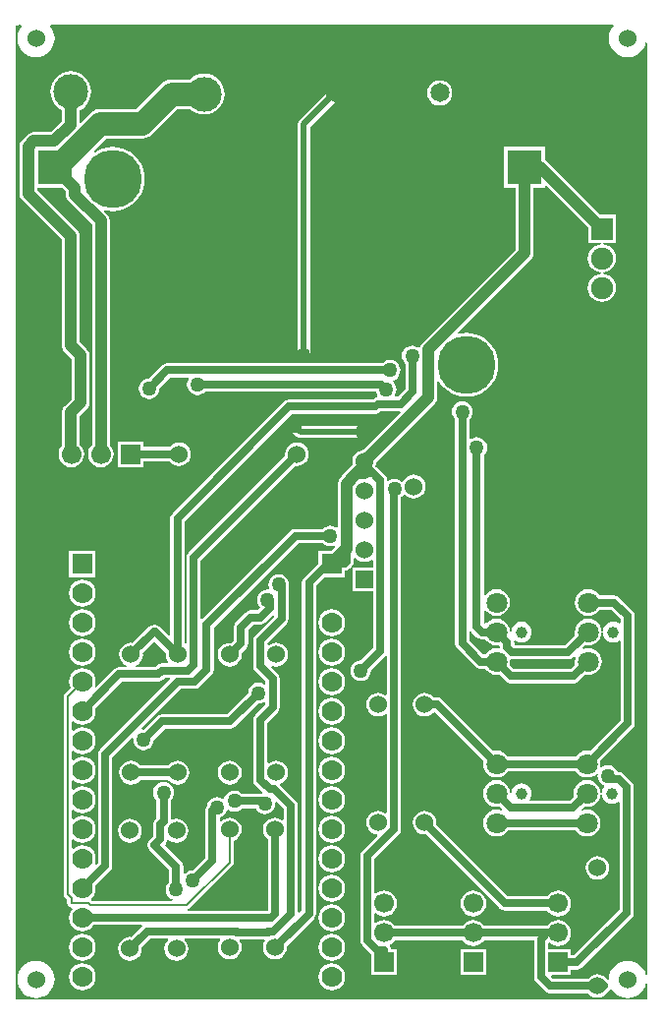
<source format=gbl>
G04 Layer_Physical_Order=2*
G04 Layer_Color=11436288*
%FSLAX24Y24*%
%MOIN*%
G70*
G01*
G75*
%ADD10C,0.0394*%
%ADD11C,0.0276*%
%ADD12C,0.0197*%
%ADD13C,0.0650*%
%ADD14C,0.1969*%
%ADD15R,0.1181X0.1181*%
%ADD16C,0.1181*%
%ADD17C,0.0600*%
%ADD18R,0.0600X0.0600*%
%ADD19C,0.0394*%
%ADD20C,0.0709*%
%ADD21C,0.0750*%
%ADD22R,0.0750X0.0750*%
%ADD23C,0.0669*%
%ADD24R,0.0669X0.0669*%
%ADD25R,0.0669X0.0669*%
%ADD26R,0.0700X0.0700*%
%ADD27C,0.0700*%
%ADD28C,0.0500*%
%ADD29C,0.0787*%
%ADD30C,0.0079*%
G36*
X20370Y25410D02*
X20443Y25354D01*
X20529Y25319D01*
X20620Y25307D01*
X20711Y25319D01*
X20752Y25336D01*
X20781Y25294D01*
X20654Y25167D01*
X20219D01*
Y24732D01*
X19729Y24241D01*
X19676Y24163D01*
X19658Y24070D01*
Y12969D01*
X19572Y12884D01*
X19522Y12905D01*
Y16511D01*
X19504Y16604D01*
X19451Y16683D01*
X18924Y17211D01*
X18936Y17269D01*
X18981Y17288D01*
X19065Y17353D01*
X19129Y17436D01*
X19169Y17533D01*
X19183Y17638D01*
X19169Y17742D01*
X19129Y17840D01*
X19065Y17923D01*
X18981Y17987D01*
X18884Y18028D01*
X18780Y18041D01*
X18675Y18028D01*
X18578Y17987D01*
X18532Y17952D01*
X18482Y17977D01*
Y19314D01*
X18839Y19671D01*
X18892Y19749D01*
X18910Y19842D01*
Y20818D01*
X18892Y20911D01*
X18839Y20989D01*
X18606Y21223D01*
X18634Y21265D01*
X18675Y21248D01*
X18780Y21234D01*
X18884Y21248D01*
X18981Y21288D01*
X19065Y21353D01*
X19129Y21436D01*
X19169Y21533D01*
X19183Y21638D01*
X19169Y21742D01*
X19129Y21840D01*
X19065Y21923D01*
X18981Y21987D01*
X18884Y22028D01*
X18780Y22041D01*
X18675Y22028D01*
X18578Y21987D01*
X18543Y21961D01*
X18496Y21982D01*
X18492Y22023D01*
X19139Y22670D01*
X19192Y22749D01*
X19210Y22841D01*
Y23912D01*
X19210Y23915D01*
X19211Y23919D01*
X19223Y24010D01*
X19211Y24101D01*
X19176Y24187D01*
X19120Y24260D01*
X19047Y24316D01*
X18961Y24351D01*
X18870Y24363D01*
X18779Y24351D01*
X18693Y24316D01*
X18620Y24260D01*
X18564Y24187D01*
X18529Y24101D01*
X18517Y24010D01*
X18529Y23919D01*
X18543Y23885D01*
X18508Y23839D01*
X18480Y23843D01*
X18389Y23831D01*
X18303Y23796D01*
X18230Y23740D01*
X18174Y23667D01*
X18139Y23581D01*
X18127Y23490D01*
X18139Y23399D01*
X18174Y23313D01*
X18230Y23240D01*
X18231Y23228D01*
X18140Y23137D01*
X17920D01*
X17827Y23118D01*
X17749Y23066D01*
X17419Y22736D01*
X17366Y22657D01*
X17348Y22564D01*
Y22124D01*
X17258Y22034D01*
X17205Y22041D01*
X17100Y22028D01*
X17003Y21987D01*
X16919Y21923D01*
X16855Y21840D01*
X16815Y21742D01*
X16801Y21638D01*
X16815Y21533D01*
X16855Y21436D01*
X16919Y21353D01*
X17003Y21288D01*
X17100Y21248D01*
X17205Y21234D01*
X17309Y21248D01*
X17406Y21288D01*
X17490Y21353D01*
X17554Y21436D01*
X17594Y21533D01*
X17608Y21638D01*
X17601Y21691D01*
X17761Y21852D01*
X17814Y21930D01*
X17832Y22023D01*
Y22464D01*
X18020Y22652D01*
X18240D01*
X18333Y22670D01*
X18411Y22723D01*
X18653Y22964D01*
X18706Y22946D01*
X18709Y22925D01*
X18069Y22285D01*
X18016Y22206D01*
X17998Y22114D01*
Y21246D01*
X18016Y21153D01*
X18069Y21074D01*
X18425Y20717D01*
Y20639D01*
X18381Y20617D01*
X18357Y20636D01*
X18271Y20671D01*
X18180Y20683D01*
X18089Y20671D01*
X18003Y20636D01*
X17930Y20580D01*
X17874Y20507D01*
X17839Y20421D01*
X17827Y20330D01*
X17828Y20321D01*
X17120Y19612D01*
X14900D01*
X14807Y19594D01*
X14729Y19541D01*
X14289Y19102D01*
X14280Y19103D01*
X14230Y19096D01*
X14207Y19144D01*
X15545Y20482D01*
X16023D01*
X16116Y20500D01*
X16195Y20553D01*
X16590Y20949D01*
X16643Y21027D01*
X16661Y21120D01*
Y22553D01*
X19526Y25418D01*
X20365D01*
X20370Y25410D01*
D02*
G37*
G36*
X28945Y21563D02*
X28927Y21520D01*
X28912Y21402D01*
X28925Y21300D01*
X28778Y21152D01*
X26852D01*
X26705Y21300D01*
X26718Y21402D01*
X26712Y21450D01*
X26748Y21484D01*
X26780Y21478D01*
X28689D01*
X28781Y21496D01*
X28860Y21549D01*
X28903Y21591D01*
X28945Y21563D01*
D02*
G37*
G36*
X25419Y22400D02*
X25589Y22230D01*
X25667Y22178D01*
X25760Y22159D01*
X25873D01*
X25936Y22078D01*
X26031Y22005D01*
X26141Y21959D01*
X26260Y21943D01*
X26332Y21953D01*
X26378Y21912D01*
Y21895D01*
X26351Y21863D01*
X26332Y21850D01*
X26260Y21860D01*
X26141Y21844D01*
X26031Y21798D01*
X25936Y21726D01*
X25873Y21644D01*
X25809D01*
X25342Y22110D01*
Y22424D01*
X25392Y22439D01*
X25419Y22400D01*
D02*
G37*
G36*
X15037Y21691D02*
X15030Y21638D01*
X15043Y21533D01*
X15084Y21436D01*
X15117Y21392D01*
X15092Y21342D01*
X14900D01*
X14807Y21324D01*
X14729Y21271D01*
X14670Y21212D01*
X14007D01*
X13997Y21262D01*
X14060Y21288D01*
X14144Y21353D01*
X14208Y21436D01*
X14248Y21533D01*
X14262Y21638D01*
X14255Y21691D01*
X14646Y22082D01*
X15037Y21691D01*
D02*
G37*
G36*
X19038Y16411D02*
Y16048D01*
X18988Y16023D01*
X18942Y16058D01*
X18845Y16098D01*
X18740Y16112D01*
X18636Y16098D01*
X18538Y16058D01*
X18455Y15994D01*
X18391Y15910D01*
X18350Y15813D01*
X18337Y15709D01*
X18350Y15604D01*
X18391Y15507D01*
X18455Y15423D01*
X18498Y15391D01*
Y12959D01*
X15765D01*
X15760Y13009D01*
X15807Y13018D01*
X15853Y13049D01*
X17305Y14502D01*
X17336Y14548D01*
X17347Y14602D01*
Y15335D01*
X17406Y15359D01*
X17490Y15423D01*
X17554Y15507D01*
X17594Y15604D01*
X17608Y15709D01*
X17594Y15813D01*
X17554Y15910D01*
X17490Y15994D01*
X17406Y16058D01*
X17309Y16098D01*
X17205Y16112D01*
X17100Y16098D01*
X17003Y16058D01*
X16919Y15994D01*
X16910Y15981D01*
X16862Y15997D01*
Y16118D01*
X16871Y16119D01*
X16957Y16154D01*
X17030Y16210D01*
X17086Y16283D01*
X17115Y16354D01*
X17167Y16377D01*
X17183Y16364D01*
X17269Y16329D01*
X17360Y16317D01*
X17365Y16318D01*
X17370Y16317D01*
X17461Y16329D01*
X17547Y16364D01*
X17620Y16420D01*
X17625Y16428D01*
X18084D01*
X18094Y16403D01*
X18150Y16330D01*
X18223Y16274D01*
X18309Y16239D01*
X18400Y16227D01*
X18491Y16239D01*
X18577Y16274D01*
X18650Y16330D01*
X18706Y16403D01*
X18741Y16489D01*
X18753Y16580D01*
X18746Y16632D01*
X18794Y16655D01*
X19038Y16411D01*
D02*
G37*
G36*
X15188Y20811D02*
X12807Y18430D01*
X12754Y18351D01*
X12736Y18258D01*
Y14590D01*
X12664Y14519D01*
X12622Y14547D01*
X12643Y14599D01*
X12659Y14717D01*
X12643Y14834D01*
X12598Y14943D01*
X12526Y15037D01*
X12432Y15110D01*
X12322Y15155D01*
X12205Y15170D01*
X12087Y15155D01*
X11978Y15110D01*
X11907Y15056D01*
X11857Y15080D01*
Y15353D01*
X11907Y15377D01*
X11978Y15323D01*
X12087Y15278D01*
X12205Y15263D01*
X12322Y15278D01*
X12432Y15323D01*
X12526Y15396D01*
X12598Y15490D01*
X12643Y15599D01*
X12659Y15717D01*
X12643Y15834D01*
X12598Y15943D01*
X12526Y16037D01*
X12432Y16110D01*
X12322Y16155D01*
X12205Y16170D01*
X12087Y16155D01*
X11978Y16110D01*
X11907Y16056D01*
X11857Y16080D01*
Y16353D01*
X11907Y16377D01*
X11978Y16323D01*
X12087Y16278D01*
X12205Y16263D01*
X12322Y16278D01*
X12432Y16323D01*
X12526Y16396D01*
X12598Y16490D01*
X12643Y16599D01*
X12659Y16717D01*
X12643Y16834D01*
X12598Y16943D01*
X12526Y17037D01*
X12432Y17110D01*
X12322Y17155D01*
X12205Y17170D01*
X12087Y17155D01*
X11978Y17110D01*
X11907Y17056D01*
X11857Y17080D01*
Y17353D01*
X11907Y17377D01*
X11978Y17323D01*
X12087Y17278D01*
X12205Y17263D01*
X12322Y17278D01*
X12432Y17323D01*
X12526Y17396D01*
X12598Y17490D01*
X12643Y17599D01*
X12659Y17717D01*
X12643Y17834D01*
X12598Y17943D01*
X12526Y18037D01*
X12432Y18110D01*
X12322Y18155D01*
X12205Y18170D01*
X12087Y18155D01*
X11978Y18110D01*
X11907Y18056D01*
X11857Y18080D01*
Y18353D01*
X11907Y18377D01*
X11978Y18323D01*
X12087Y18278D01*
X12205Y18263D01*
X12322Y18278D01*
X12432Y18323D01*
X12526Y18396D01*
X12598Y18490D01*
X12643Y18599D01*
X12659Y18717D01*
X12643Y18834D01*
X12598Y18943D01*
X12526Y19037D01*
X12432Y19110D01*
X12322Y19155D01*
X12205Y19170D01*
X12087Y19155D01*
X11978Y19110D01*
X11907Y19056D01*
X11857Y19080D01*
Y19353D01*
X11907Y19377D01*
X11978Y19323D01*
X12087Y19278D01*
X12205Y19263D01*
X12322Y19278D01*
X12432Y19323D01*
X12526Y19396D01*
X12598Y19490D01*
X12643Y19599D01*
X12659Y19717D01*
X12646Y19815D01*
X13559Y20728D01*
X14770D01*
X14863Y20746D01*
X14941Y20799D01*
X15000Y20858D01*
X15169D01*
X15188Y20811D01*
D02*
G37*
G36*
X18425Y20021D02*
Y19943D01*
X18069Y19586D01*
X18016Y19507D01*
X17998Y19414D01*
Y17391D01*
X18016Y17299D01*
X18069Y17220D01*
X18321Y16967D01*
X18300Y16918D01*
X18288Y16912D01*
X17625D01*
X17620Y16920D01*
X17547Y16976D01*
X17461Y17011D01*
X17370Y17023D01*
X17365Y17022D01*
X17360Y17023D01*
X17269Y17011D01*
X17183Y16976D01*
X17110Y16920D01*
X17054Y16847D01*
X17025Y16776D01*
X16973Y16753D01*
X16957Y16766D01*
X16871Y16801D01*
X16780Y16813D01*
X16689Y16801D01*
X16603Y16766D01*
X16530Y16710D01*
X16474Y16637D01*
X16439Y16551D01*
X16433Y16509D01*
X16396Y16453D01*
X16378Y16360D01*
Y14750D01*
X15955Y14328D01*
X15945Y14329D01*
X15853Y14317D01*
X15768Y14282D01*
X15695Y14226D01*
X15682Y14209D01*
X15632Y14226D01*
Y14450D01*
X15614Y14543D01*
X15561Y14621D01*
X14993Y15190D01*
X15027Y15224D01*
X15080Y15303D01*
X15087Y15338D01*
X15142Y15358D01*
X15192Y15320D01*
X15289Y15280D01*
X15394Y15266D01*
X15498Y15280D01*
X15595Y15320D01*
X15679Y15384D01*
X15743Y15468D01*
X15783Y15565D01*
X15797Y15669D01*
X15783Y15774D01*
X15743Y15871D01*
X15679Y15955D01*
X15595Y16019D01*
X15498Y16059D01*
X15394Y16073D01*
X15289Y16059D01*
X15245Y16041D01*
X15203Y16068D01*
Y16713D01*
X15210Y16719D01*
X15266Y16792D01*
X15302Y16877D01*
X15314Y16968D01*
X15302Y17060D01*
X15266Y17145D01*
X15210Y17218D01*
X15137Y17274D01*
X15052Y17309D01*
X14961Y17322D01*
X14869Y17309D01*
X14784Y17274D01*
X14711Y17218D01*
X14655Y17145D01*
X14620Y17060D01*
X14608Y16968D01*
X14620Y16877D01*
X14655Y16792D01*
X14711Y16719D01*
X14718Y16713D01*
Y16097D01*
X14684Y16063D01*
X14632Y15985D01*
X14613Y15892D01*
Y15496D01*
X14479Y15361D01*
X14426Y15283D01*
X14408Y15190D01*
X14426Y15097D01*
X14479Y15019D01*
X15148Y14350D01*
Y13925D01*
X15140Y13920D01*
X15084Y13847D01*
X15049Y13761D01*
X15037Y13670D01*
X15049Y13579D01*
X15084Y13493D01*
X15140Y13420D01*
X15213Y13364D01*
X15268Y13342D01*
X15258Y13292D01*
X12523D01*
X12508Y13306D01*
X12499Y13312D01*
X12497Y13374D01*
X12526Y13396D01*
X12598Y13490D01*
X12643Y13599D01*
X12659Y13717D01*
X12646Y13815D01*
X13150Y14319D01*
X13202Y14397D01*
X13221Y14490D01*
Y18158D01*
X13886Y18823D01*
X13934Y18800D01*
X13927Y18750D01*
X13939Y18659D01*
X13974Y18573D01*
X14030Y18500D01*
X14103Y18444D01*
X14189Y18409D01*
X14280Y18397D01*
X14371Y18409D01*
X14457Y18444D01*
X14530Y18500D01*
X14586Y18573D01*
X14621Y18659D01*
X14633Y18750D01*
X14632Y18759D01*
X15000Y19128D01*
X17220D01*
X17313Y19146D01*
X17391Y19199D01*
X18171Y19978D01*
X18180Y19977D01*
X18271Y19989D01*
X18357Y20024D01*
X18381Y20043D01*
X18425Y20021D01*
D02*
G37*
G36*
X30234Y42937D02*
X30181Y42872D01*
X30122Y42763D01*
X30086Y42643D01*
X30074Y42520D01*
X30086Y42396D01*
X30122Y42277D01*
X30181Y42167D01*
X30260Y42071D01*
X30356Y41992D01*
X30466Y41933D01*
X30585Y41897D01*
X30709Y41885D01*
X30832Y41897D01*
X30951Y41933D01*
X31061Y41992D01*
X31157Y42071D01*
X31236Y42167D01*
X31295Y42277D01*
X31324Y42372D01*
X31374Y42365D01*
Y10785D01*
X31324Y10777D01*
X31295Y10873D01*
X31236Y10982D01*
X31157Y11079D01*
X31061Y11158D01*
X30951Y11216D01*
X30832Y11252D01*
X30709Y11264D01*
X30585Y11252D01*
X30466Y11216D01*
X30356Y11158D01*
X30260Y11079D01*
X30181Y10982D01*
X30122Y10873D01*
X30086Y10754D01*
X30076Y10652D01*
X30027Y10624D01*
X30021Y10629D01*
X29970Y10695D01*
X29887Y10759D01*
X29789Y10799D01*
X29685Y10813D01*
X29581Y10799D01*
X29483Y10759D01*
X29400Y10695D01*
X29367Y10652D01*
X28181D01*
X28109Y10724D01*
X28128Y10770D01*
X28781D01*
Y10962D01*
X28985D01*
X29077Y10981D01*
X29156Y11033D01*
X30841Y12719D01*
X30894Y12797D01*
X30912Y12890D01*
Y17150D01*
X30894Y17243D01*
X30841Y17321D01*
X30571Y17591D01*
X30493Y17644D01*
X30400Y17662D01*
X30364D01*
X30346Y17707D01*
X30290Y17780D01*
X30217Y17836D01*
X30131Y17871D01*
X30040Y17883D01*
X29949Y17871D01*
X29863Y17836D01*
X29823Y17805D01*
X29776Y17832D01*
X29789Y17929D01*
X29776Y18031D01*
X30881Y19137D01*
X30934Y19216D01*
X30952Y19308D01*
Y22940D01*
X30934Y23033D01*
X30881Y23111D01*
X30420Y23573D01*
X30341Y23626D01*
X30248Y23644D01*
X29757D01*
X29694Y23726D01*
X29599Y23798D01*
X29489Y23844D01*
X29370Y23860D01*
X29251Y23844D01*
X29141Y23798D01*
X29046Y23726D01*
X28973Y23631D01*
X28927Y23520D01*
X28912Y23402D01*
X28927Y23283D01*
X28973Y23172D01*
X29046Y23078D01*
X29141Y23005D01*
X29251Y22959D01*
X29370Y22943D01*
X29489Y22959D01*
X29599Y23005D01*
X29694Y23078D01*
X29757Y23159D01*
X30148D01*
X30468Y22840D01*
Y22711D01*
X30418Y22687D01*
X30395Y22704D01*
X30311Y22739D01*
X30220Y22751D01*
X30130Y22739D01*
X30046Y22704D01*
X29974Y22648D01*
X29918Y22576D01*
X29883Y22492D01*
X29875Y22430D01*
X29825D01*
X29813Y22520D01*
X29767Y22631D01*
X29694Y22726D01*
X29599Y22798D01*
X29489Y22844D01*
X29370Y22860D01*
X29252Y22844D01*
X29141Y22798D01*
X29046Y22726D01*
X28973Y22631D01*
X28927Y22520D01*
X28912Y22402D01*
X28925Y22300D01*
X28588Y21962D01*
X26880D01*
X26862Y21980D01*
Y22041D01*
X26850Y22102D01*
X26896Y22130D01*
X26936Y22099D01*
X27020Y22064D01*
X27110Y22053D01*
X27201Y22064D01*
X27285Y22099D01*
X27357Y22155D01*
X27413Y22227D01*
X27447Y22311D01*
X27459Y22402D01*
X27447Y22492D01*
X27413Y22576D01*
X27357Y22648D01*
X27285Y22704D01*
X27201Y22739D01*
X27110Y22751D01*
X27020Y22739D01*
X26936Y22704D01*
X26863Y22648D01*
X26808Y22576D01*
X26773Y22492D01*
X26765Y22430D01*
X26714D01*
X26703Y22520D01*
X26657Y22631D01*
X26584Y22726D01*
X26489Y22798D01*
X26378Y22844D01*
X26260Y22860D01*
X26141Y22844D01*
X26031Y22798D01*
X25936Y22726D01*
X25920Y22705D01*
X25856Y22700D01*
X25832Y22722D01*
Y23130D01*
X25882Y23147D01*
X25936Y23078D01*
X26031Y23005D01*
X26141Y22959D01*
X26260Y22943D01*
X26378Y22959D01*
X26489Y23005D01*
X26584Y23078D01*
X26657Y23172D01*
X26702Y23283D01*
X26718Y23402D01*
X26702Y23520D01*
X26657Y23631D01*
X26584Y23726D01*
X26489Y23798D01*
X26378Y23844D01*
X26260Y23860D01*
X26141Y23844D01*
X26031Y23798D01*
X25936Y23726D01*
X25882Y23656D01*
X25832Y23673D01*
Y28395D01*
X25840Y28400D01*
X25896Y28473D01*
X25931Y28559D01*
X25943Y28650D01*
X25931Y28741D01*
X25896Y28827D01*
X25840Y28900D01*
X25767Y28956D01*
X25681Y28991D01*
X25590Y29003D01*
X25499Y28991D01*
X25413Y28956D01*
X25387Y28936D01*
X25342Y28958D01*
Y29610D01*
X25350Y29615D01*
X25406Y29688D01*
X25441Y29773D01*
X25453Y29865D01*
X25441Y29956D01*
X25406Y30041D01*
X25350Y30114D01*
X25277Y30170D01*
X25191Y30206D01*
X25100Y30218D01*
X25009Y30206D01*
X24923Y30170D01*
X24850Y30114D01*
X24794Y30041D01*
X24759Y29956D01*
X24747Y29865D01*
X24759Y29773D01*
X24794Y29688D01*
X24850Y29615D01*
X24858Y29610D01*
Y22010D01*
X24876Y21917D01*
X24929Y21839D01*
X25537Y21230D01*
X25616Y21178D01*
X25708Y21159D01*
X25873D01*
X25936Y21078D01*
X26031Y21005D01*
X26141Y20959D01*
X26260Y20943D01*
X26362Y20957D01*
X26580Y20739D01*
X26659Y20686D01*
X26751Y20668D01*
X28879D01*
X28971Y20686D01*
X29050Y20739D01*
X29268Y20957D01*
X29370Y20943D01*
X29489Y20959D01*
X29599Y21005D01*
X29694Y21078D01*
X29767Y21172D01*
X29813Y21283D01*
X29828Y21402D01*
X29813Y21520D01*
X29767Y21631D01*
X29694Y21726D01*
X29599Y21798D01*
X29489Y21844D01*
X29370Y21860D01*
X29251Y21844D01*
X29209Y21826D01*
X29180Y21869D01*
X29268Y21957D01*
X29370Y21943D01*
X29489Y21959D01*
X29599Y22005D01*
X29694Y22078D01*
X29767Y22172D01*
X29813Y22283D01*
X29825Y22374D01*
X29875D01*
X29883Y22311D01*
X29918Y22227D01*
X29974Y22155D01*
X30046Y22099D01*
X30130Y22064D01*
X30220Y22053D01*
X30311Y22064D01*
X30395Y22099D01*
X30418Y22117D01*
X30468Y22092D01*
Y19409D01*
X29433Y18374D01*
X29331Y18387D01*
X29212Y18372D01*
X29102Y18326D01*
X29007Y18253D01*
X28944Y18172D01*
X26646D01*
X26584Y18253D01*
X26489Y18326D01*
X26378Y18372D01*
X26260Y18387D01*
X26158Y18374D01*
X24416Y20116D01*
X24337Y20169D01*
X24244Y20187D01*
X24137D01*
X24104Y20230D01*
X24021Y20294D01*
X23923Y20335D01*
X23819Y20348D01*
X23714Y20335D01*
X23617Y20294D01*
X23534Y20230D01*
X23470Y20147D01*
X23429Y20049D01*
X23415Y19945D01*
X23429Y19840D01*
X23470Y19743D01*
X23534Y19660D01*
X23617Y19595D01*
X23714Y19555D01*
X23819Y19541D01*
X23923Y19555D01*
X24021Y19595D01*
X24104Y19660D01*
X24109Y19666D01*
X24176Y19671D01*
X25815Y18031D01*
X25802Y17929D01*
X25817Y17811D01*
X25863Y17700D01*
X25936Y17605D01*
X26031Y17532D01*
X26141Y17486D01*
X26260Y17471D01*
X26378Y17486D01*
X26489Y17532D01*
X26584Y17605D01*
X26646Y17687D01*
X28944D01*
X29007Y17605D01*
X29102Y17532D01*
X29212Y17486D01*
X29331Y17471D01*
X29449Y17486D01*
X29560Y17532D01*
X29646Y17598D01*
X29678Y17586D01*
X29693Y17574D01*
X29687Y17530D01*
X29699Y17439D01*
X29734Y17353D01*
X29790Y17280D01*
X29863Y17224D01*
X29900Y17209D01*
X29914Y17149D01*
X29879Y17104D01*
X29844Y17019D01*
X29836Y16957D01*
X29785D01*
X29773Y17048D01*
X29728Y17158D01*
X29655Y17253D01*
X29560Y17326D01*
X29449Y17372D01*
X29331Y17387D01*
X29212Y17372D01*
X29102Y17326D01*
X29007Y17253D01*
X28934Y17158D01*
X28888Y17048D01*
X28872Y16929D01*
X28886Y16827D01*
X28741Y16682D01*
X27414D01*
X27392Y16727D01*
X27413Y16755D01*
X27447Y16839D01*
X27459Y16929D01*
X27447Y17019D01*
X27413Y17104D01*
X27357Y17176D01*
X27285Y17231D01*
X27201Y17266D01*
X27110Y17278D01*
X27020Y17266D01*
X26936Y17231D01*
X26863Y17176D01*
X26808Y17104D01*
X26773Y17019D01*
X26765Y16957D01*
X26714D01*
X26703Y17048D01*
X26657Y17158D01*
X26584Y17253D01*
X26489Y17326D01*
X26378Y17372D01*
X26260Y17387D01*
X26141Y17372D01*
X26031Y17326D01*
X25936Y17253D01*
X25863Y17158D01*
X25817Y17048D01*
X25802Y16929D01*
X25817Y16811D01*
X25863Y16700D01*
X25936Y16605D01*
X26031Y16532D01*
X26141Y16487D01*
X26260Y16471D01*
X26362Y16484D01*
X26450Y16396D01*
X26421Y16354D01*
X26378Y16372D01*
X26260Y16387D01*
X26141Y16372D01*
X26031Y16326D01*
X25936Y16253D01*
X25863Y16158D01*
X25817Y16048D01*
X25802Y15929D01*
X25817Y15811D01*
X25863Y15700D01*
X25936Y15605D01*
X26031Y15532D01*
X26141Y15487D01*
X26260Y15471D01*
X26378Y15487D01*
X26489Y15532D01*
X26584Y15605D01*
X26646Y15687D01*
X26994D01*
X27040Y15678D01*
X28951D01*
X29007Y15605D01*
X29102Y15532D01*
X29212Y15487D01*
X29331Y15471D01*
X29449Y15487D01*
X29560Y15532D01*
X29655Y15605D01*
X29728Y15700D01*
X29773Y15811D01*
X29789Y15929D01*
X29773Y16048D01*
X29728Y16158D01*
X29655Y16253D01*
X29560Y16326D01*
X29449Y16372D01*
X29331Y16387D01*
X29212Y16372D01*
X29169Y16354D01*
X29141Y16396D01*
X29229Y16484D01*
X29331Y16471D01*
X29449Y16487D01*
X29560Y16532D01*
X29655Y16605D01*
X29728Y16700D01*
X29773Y16811D01*
X29785Y16901D01*
X29836D01*
X29844Y16839D01*
X29879Y16755D01*
X29934Y16682D01*
X30007Y16627D01*
X30091Y16592D01*
X30181Y16580D01*
X30271Y16592D01*
X30356Y16627D01*
X30383Y16648D01*
X30428Y16626D01*
Y12990D01*
X28884Y11447D01*
X28781D01*
Y11639D01*
X28012D01*
Y11850D01*
X28062Y11875D01*
X28127Y11825D01*
X28233Y11781D01*
X28346Y11766D01*
X28460Y11781D01*
X28566Y11825D01*
X28656Y11895D01*
X28726Y11986D01*
X28770Y12091D01*
X28785Y12205D01*
X28770Y12318D01*
X28726Y12424D01*
X28656Y12515D01*
X28566Y12584D01*
X28460Y12628D01*
X28346Y12643D01*
X28233Y12628D01*
X28127Y12584D01*
X28036Y12515D01*
X27985Y12447D01*
X27487D01*
X27460Y12452D01*
X25830D01*
X25782Y12515D01*
X25692Y12584D01*
X25586Y12628D01*
X25472Y12643D01*
X25359Y12628D01*
X25253Y12584D01*
X25162Y12515D01*
X25111Y12447D01*
X22803D01*
X22751Y12515D01*
X22660Y12584D01*
X22554Y12628D01*
X22441Y12643D01*
X22327Y12628D01*
X22222Y12584D01*
X22161Y12538D01*
X22111Y12562D01*
Y12847D01*
X22161Y12872D01*
X22222Y12825D01*
X22327Y12781D01*
X22441Y12766D01*
X22554Y12781D01*
X22660Y12825D01*
X22751Y12895D01*
X22821Y12986D01*
X22864Y13091D01*
X22879Y13205D01*
X22864Y13318D01*
X22821Y13424D01*
X22751Y13515D01*
X22660Y13584D01*
X22554Y13628D01*
X22441Y13643D01*
X22327Y13628D01*
X22222Y13584D01*
X22161Y13538D01*
X22111Y13562D01*
Y14708D01*
X22953Y15551D01*
X23006Y15629D01*
X23024Y15722D01*
Y26971D01*
X23050Y26990D01*
X23100Y27056D01*
X23155Y27068D01*
X23169Y27049D01*
X23252Y26985D01*
X23350Y26945D01*
X23454Y26931D01*
X23558Y26945D01*
X23656Y26985D01*
X23739Y27049D01*
X23803Y27133D01*
X23844Y27230D01*
X23857Y27335D01*
X23844Y27439D01*
X23803Y27536D01*
X23739Y27620D01*
X23656Y27684D01*
X23558Y27724D01*
X23454Y27738D01*
X23350Y27724D01*
X23252Y27684D01*
X23169Y27620D01*
X23105Y27536D01*
X23093Y27508D01*
X23036Y27500D01*
X22977Y27546D01*
X22891Y27581D01*
X22800Y27593D01*
X22709Y27581D01*
X22623Y27546D01*
X22602Y27530D01*
X22581Y27534D01*
X22550Y27552D01*
X22534Y27633D01*
X22481Y27711D01*
X22251Y27941D01*
X22191Y27982D01*
X22145Y28028D01*
X22161Y28069D01*
X22172Y28150D01*
X24167Y30145D01*
X24214Y30207D01*
X24236Y30258D01*
X24244Y30279D01*
X24255Y30357D01*
Y30888D01*
X24305Y30902D01*
X24356Y30817D01*
X24467Y30688D01*
X24597Y30577D01*
X24742Y30488D01*
X24900Y30422D01*
X25066Y30382D01*
X25236Y30369D01*
X25406Y30382D01*
X25572Y30422D01*
X25730Y30488D01*
X25875Y30577D01*
X26005Y30688D01*
X26116Y30817D01*
X26205Y30963D01*
X26271Y31121D01*
X26310Y31287D01*
X26324Y31457D01*
X26310Y31627D01*
X26271Y31793D01*
X26205Y31950D01*
X26116Y32096D01*
X26005Y32226D01*
X25875Y32337D01*
X25730Y32426D01*
X25572Y32491D01*
X25406Y32531D01*
X25236Y32544D01*
X25066Y32531D01*
X24970Y32508D01*
X24944Y32553D01*
X27416Y35025D01*
X27464Y35087D01*
X27479Y35123D01*
X27494Y35159D01*
X27504Y35237D01*
Y37459D01*
X27895D01*
Y37520D01*
X27941Y37539D01*
X29362Y36119D01*
Y35592D01*
X29803D01*
X29806Y35542D01*
X29713Y35530D01*
X29598Y35482D01*
X29499Y35406D01*
X29422Y35307D01*
X29375Y35191D01*
X29358Y35067D01*
X29375Y34943D01*
X29422Y34827D01*
X29499Y34728D01*
X29598Y34652D01*
X29713Y34604D01*
X29805Y34592D01*
Y34542D01*
X29713Y34530D01*
X29598Y34482D01*
X29499Y34406D01*
X29422Y34307D01*
X29375Y34191D01*
X29358Y34067D01*
X29375Y33943D01*
X29422Y33827D01*
X29499Y33728D01*
X29598Y33652D01*
X29713Y33604D01*
X29837Y33588D01*
X29961Y33604D01*
X30077Y33652D01*
X30176Y33728D01*
X30252Y33827D01*
X30300Y33943D01*
X30316Y34067D01*
X30300Y34191D01*
X30252Y34307D01*
X30176Y34406D01*
X30077Y34482D01*
X29961Y34530D01*
X29870Y34542D01*
Y34592D01*
X29961Y34604D01*
X30077Y34652D01*
X30176Y34728D01*
X30252Y34827D01*
X30300Y34943D01*
X30316Y35067D01*
X30300Y35191D01*
X30252Y35307D01*
X30176Y35406D01*
X30077Y35482D01*
X29961Y35530D01*
X29869Y35542D01*
X29872Y35592D01*
X30312D01*
Y36542D01*
X29786D01*
X27966Y38361D01*
X27904Y38409D01*
X27895Y38413D01*
Y38840D01*
X26514D01*
Y37459D01*
X26905D01*
Y35361D01*
X23743Y32199D01*
X23696Y32137D01*
X23675Y32086D01*
X23666Y32065D01*
X23665Y32061D01*
X23612Y32038D01*
X23577Y32066D01*
X23491Y32101D01*
X23400Y32113D01*
X23309Y32101D01*
X23223Y32066D01*
X23150Y32010D01*
X23094Y31937D01*
X23059Y31851D01*
X23047Y31760D01*
X23059Y31669D01*
X23094Y31583D01*
X23150Y31510D01*
X23168Y31497D01*
Y30640D01*
X22900Y30372D01*
X22818D01*
X22796Y30417D01*
X22816Y30443D01*
X22851Y30529D01*
X22863Y30620D01*
X22851Y30711D01*
X22816Y30797D01*
X22760Y30870D01*
X22742Y30883D01*
X22756Y30935D01*
X22827Y30964D01*
X22900Y31020D01*
X22956Y31093D01*
X22991Y31179D01*
X23003Y31270D01*
X22991Y31361D01*
X22956Y31447D01*
X22900Y31520D01*
X22827Y31576D01*
X22741Y31611D01*
X22650Y31623D01*
X22559Y31611D01*
X22473Y31576D01*
X22400Y31520D01*
X22395Y31512D01*
X15090D01*
X14997Y31494D01*
X14919Y31441D01*
X14479Y31002D01*
X14470Y31003D01*
X14379Y30991D01*
X14293Y30956D01*
X14220Y30900D01*
X14164Y30827D01*
X14129Y30741D01*
X14117Y30650D01*
X14129Y30559D01*
X14164Y30473D01*
X14220Y30400D01*
X14293Y30344D01*
X14379Y30309D01*
X14470Y30297D01*
X14561Y30309D01*
X14647Y30344D01*
X14720Y30400D01*
X14776Y30473D01*
X14811Y30559D01*
X14823Y30650D01*
X14822Y30659D01*
X15190Y31028D01*
X15802D01*
X15824Y30983D01*
X15804Y30957D01*
X15769Y30871D01*
X15757Y30780D01*
X15769Y30689D01*
X15804Y30603D01*
X15860Y30530D01*
X15933Y30474D01*
X16019Y30439D01*
X16110Y30427D01*
X16201Y30439D01*
X16287Y30474D01*
X16360Y30530D01*
X16365Y30538D01*
X22168D01*
X22169Y30529D01*
X22204Y30443D01*
X22222Y30420D01*
X22202Y30365D01*
X22147Y30354D01*
X22069Y30301D01*
X22050Y30282D01*
X19210D01*
X19117Y30264D01*
X19039Y30211D01*
X15262Y26435D01*
X15209Y26356D01*
X15191Y26263D01*
Y22288D01*
X15144Y22269D01*
X14832Y22581D01*
X14754Y22634D01*
X14661Y22652D01*
X14630D01*
X14538Y22634D01*
X14459Y22581D01*
X13912Y22034D01*
X13858Y22041D01*
X13754Y22028D01*
X13657Y21987D01*
X13573Y21923D01*
X13509Y21840D01*
X13469Y21742D01*
X13455Y21638D01*
X13469Y21533D01*
X13509Y21436D01*
X13573Y21353D01*
X13657Y21288D01*
X13719Y21262D01*
X13709Y21212D01*
X13458D01*
X13365Y21194D01*
X13287Y21141D01*
X12664Y20519D01*
X12622Y20547D01*
X12643Y20599D01*
X12659Y20717D01*
X12643Y20834D01*
X12598Y20943D01*
X12526Y21037D01*
X12432Y21110D01*
X12322Y21155D01*
X12205Y21170D01*
X12087Y21155D01*
X11978Y21110D01*
X11884Y21037D01*
X11812Y20943D01*
X11766Y20834D01*
X11751Y20717D01*
X11766Y20599D01*
X11801Y20514D01*
X11615Y20328D01*
X11584Y20282D01*
X11573Y20227D01*
Y13514D01*
X11584Y13459D01*
X11615Y13413D01*
X11691Y13337D01*
Y13206D01*
X11702Y13152D01*
X11733Y13105D01*
X11779Y13075D01*
X11833Y13064D01*
X11841D01*
X11866Y13014D01*
X11812Y12943D01*
X11766Y12834D01*
X11751Y12717D01*
X11766Y12599D01*
X11812Y12490D01*
X11884Y12396D01*
X11978Y12323D01*
X12087Y12278D01*
X12205Y12263D01*
X12322Y12278D01*
X12432Y12323D01*
X12526Y12396D01*
X12586Y12474D01*
X14219D01*
X14234Y12424D01*
X14225Y12418D01*
X13872Y12066D01*
X13819Y12073D01*
X13714Y12059D01*
X13617Y12019D01*
X13534Y11955D01*
X13470Y11871D01*
X13429Y11774D01*
X13415Y11669D01*
X13429Y11565D01*
X13470Y11468D01*
X13534Y11384D01*
X13617Y11320D01*
X13714Y11280D01*
X13819Y11266D01*
X13923Y11280D01*
X14021Y11320D01*
X14104Y11384D01*
X14168Y11468D01*
X14209Y11565D01*
X14222Y11669D01*
X14215Y11723D01*
X14496Y12004D01*
X15095D01*
X15106Y11973D01*
X15108Y11954D01*
X15044Y11871D01*
X15004Y11774D01*
X14990Y11669D01*
X15004Y11565D01*
X15044Y11468D01*
X15108Y11384D01*
X15192Y11320D01*
X15289Y11280D01*
X15394Y11266D01*
X15498Y11280D01*
X15595Y11320D01*
X15679Y11384D01*
X15743Y11468D01*
X15783Y11565D01*
X15797Y11669D01*
X15783Y11774D01*
X15743Y11871D01*
X15679Y11954D01*
X15682Y11973D01*
X15692Y12004D01*
X16864D01*
X16889Y11954D01*
X16855Y11910D01*
X16815Y11813D01*
X16801Y11709D01*
X16815Y11604D01*
X16855Y11507D01*
X16919Y11423D01*
X17003Y11359D01*
X17100Y11319D01*
X17205Y11305D01*
X17309Y11319D01*
X17406Y11359D01*
X17490Y11423D01*
X17554Y11507D01*
X17594Y11604D01*
X17608Y11709D01*
X17594Y11813D01*
X17554Y11910D01*
X17534Y11937D01*
X17556Y11982D01*
X18389D01*
X18411Y11937D01*
X18391Y11910D01*
X18350Y11813D01*
X18337Y11709D01*
X18350Y11604D01*
X18391Y11507D01*
X18455Y11423D01*
X18538Y11359D01*
X18636Y11319D01*
X18740Y11305D01*
X18845Y11319D01*
X18942Y11359D01*
X19025Y11423D01*
X19090Y11507D01*
X19130Y11604D01*
X19144Y11709D01*
X19137Y11762D01*
X20071Y12697D01*
X20124Y12776D01*
X20142Y12868D01*
Y23970D01*
X20439Y24267D01*
X21119D01*
Y24479D01*
X21189Y24493D01*
X21268Y24545D01*
X21351Y24629D01*
X21404Y24707D01*
X21422Y24800D01*
Y24893D01*
X21470Y24910D01*
X21486Y24888D01*
X21570Y24824D01*
X21667Y24784D01*
X21772Y24770D01*
X21876Y24784D01*
X21973Y24824D01*
X22018Y24858D01*
X22068Y24833D01*
Y24573D01*
X21372D01*
Y23773D01*
X22068D01*
Y21850D01*
X21659Y21442D01*
X21650Y21443D01*
X21559Y21431D01*
X21473Y21396D01*
X21400Y21340D01*
X21344Y21267D01*
X21309Y21181D01*
X21297Y21090D01*
X21309Y20999D01*
X21344Y20913D01*
X21400Y20840D01*
X21473Y20784D01*
X21559Y20749D01*
X21650Y20737D01*
X21741Y20749D01*
X21827Y20784D01*
X21900Y20840D01*
X21956Y20913D01*
X21991Y20999D01*
X22003Y21090D01*
X22002Y21099D01*
X22481Y21579D01*
X22489Y21591D01*
X22539Y21575D01*
Y20285D01*
X22489Y20261D01*
X22446Y20294D01*
X22349Y20335D01*
X22244Y20348D01*
X22140Y20335D01*
X22042Y20294D01*
X21959Y20230D01*
X21895Y20147D01*
X21854Y20049D01*
X21841Y19945D01*
X21854Y19840D01*
X21895Y19743D01*
X21959Y19660D01*
X22042Y19595D01*
X22140Y19555D01*
X22244Y19541D01*
X22349Y19555D01*
X22446Y19595D01*
X22489Y19629D01*
X22539Y19604D01*
Y16285D01*
X22489Y16261D01*
X22446Y16294D01*
X22349Y16335D01*
X22244Y16348D01*
X22140Y16335D01*
X22042Y16294D01*
X21959Y16230D01*
X21895Y16147D01*
X21854Y16049D01*
X21841Y15945D01*
X21854Y15840D01*
X21895Y15743D01*
X21959Y15660D01*
X22042Y15595D01*
X22140Y15555D01*
X22194Y15548D01*
X22212Y15495D01*
X21697Y14980D01*
X21645Y14902D01*
X21626Y14809D01*
Y11968D01*
X21645Y11875D01*
X21697Y11796D01*
X22006Y11487D01*
Y10770D01*
X22876D01*
Y11639D01*
X22682D01*
X22665Y11725D01*
X22640Y11763D01*
X22659Y11824D01*
X22660Y11825D01*
X22751Y11895D01*
X22803Y11962D01*
X25111D01*
X25162Y11895D01*
X25253Y11825D01*
X25359Y11781D01*
X25472Y11766D01*
X25586Y11781D01*
X25692Y11825D01*
X25782Y11895D01*
X25838Y11968D01*
X27439D01*
X27465Y11962D01*
X27528D01*
Y10720D01*
X27546Y10627D01*
X27599Y10549D01*
X27909Y10238D01*
X27988Y10185D01*
X28081Y10167D01*
X29367D01*
X29400Y10124D01*
X29483Y10060D01*
X29581Y10020D01*
X29685Y10006D01*
X29789Y10020D01*
X29887Y10060D01*
X29970Y10124D01*
X30021Y10190D01*
X30093Y10238D01*
X30122Y10282D01*
X30180Y10279D01*
X30181Y10277D01*
X30260Y10181D01*
X30356Y10102D01*
X30466Y10044D01*
X30585Y10008D01*
X30709Y9995D01*
X30832Y10008D01*
X30951Y10044D01*
X31061Y10102D01*
X31157Y10181D01*
X31236Y10277D01*
X31295Y10387D01*
X31324Y10482D01*
X31374Y10475D01*
Y9945D01*
X9945D01*
Y42968D01*
X10117Y42969D01*
X10140Y42919D01*
X10102Y42872D01*
X10044Y42763D01*
X10008Y42643D01*
X9995Y42520D01*
X10008Y42396D01*
X10044Y42277D01*
X10102Y42167D01*
X10181Y42071D01*
X10277Y41992D01*
X10387Y41933D01*
X10506Y41897D01*
X10630Y41885D01*
X10754Y41897D01*
X10873Y41933D01*
X10982Y41992D01*
X11079Y42071D01*
X11158Y42167D01*
X11216Y42277D01*
X11252Y42396D01*
X11264Y42520D01*
X11252Y42643D01*
X11216Y42763D01*
X11158Y42872D01*
X11119Y42919D01*
X11142Y42969D01*
X30210Y42987D01*
X30234Y42937D01*
D02*
G37*
G36*
X23021Y29846D02*
X21749Y28574D01*
X21667Y28563D01*
X21570Y28523D01*
X21486Y28458D01*
X21422Y28375D01*
X21382Y28278D01*
X21368Y28173D01*
X21381Y28074D01*
X21249Y27941D01*
X21009Y27701D01*
X20999Y27691D01*
X20946Y27613D01*
X20945Y27609D01*
X20916Y27570D01*
X20894Y27519D01*
X20886Y27498D01*
X20875Y27420D01*
Y25968D01*
X20825Y25944D01*
X20797Y25966D01*
X20711Y26001D01*
X20620Y26013D01*
X20529Y26001D01*
X20443Y25966D01*
X20370Y25910D01*
X20365Y25902D01*
X19426D01*
X19333Y25884D01*
X19254Y25831D01*
X16263Y22840D01*
X16213Y22861D01*
Y24807D01*
X19435Y28029D01*
X19488Y28022D01*
X19593Y28036D01*
X19690Y28076D01*
X19773Y28140D01*
X19838Y28223D01*
X19878Y28321D01*
X19892Y28425D01*
X19878Y28530D01*
X19838Y28627D01*
X19773Y28710D01*
X19690Y28775D01*
X19593Y28815D01*
X19488Y28829D01*
X19384Y28815D01*
X19286Y28775D01*
X19203Y28710D01*
X19139Y28627D01*
X19098Y28530D01*
X19085Y28425D01*
X19092Y28372D01*
X15799Y25079D01*
X15747Y25001D01*
X15728Y24908D01*
Y22034D01*
X15678Y22006D01*
X15676Y22008D01*
Y26163D01*
X19310Y29798D01*
X22150D01*
X22243Y29816D01*
X22321Y29869D01*
X22340Y29888D01*
X22992D01*
X23021Y29846D01*
D02*
G37*
%LPC*%
G36*
X29685Y14813D02*
X29581Y14799D01*
X29483Y14759D01*
X29400Y14695D01*
X29336Y14611D01*
X29295Y14514D01*
X29282Y14409D01*
X29295Y14305D01*
X29336Y14208D01*
X29400Y14124D01*
X29483Y14060D01*
X29581Y14020D01*
X29685Y14006D01*
X29789Y14020D01*
X29887Y14060D01*
X29970Y14124D01*
X30034Y14208D01*
X30075Y14305D01*
X30088Y14409D01*
X30075Y14514D01*
X30034Y14611D01*
X29970Y14695D01*
X29887Y14759D01*
X29789Y14799D01*
X29685Y14813D01*
D02*
G37*
G36*
X23819Y16348D02*
X23714Y16335D01*
X23617Y16294D01*
X23534Y16230D01*
X23470Y16147D01*
X23429Y16049D01*
X23415Y15945D01*
X23429Y15840D01*
X23470Y15743D01*
X23534Y15660D01*
X23617Y15595D01*
X23714Y15555D01*
X23819Y15541D01*
X23872Y15548D01*
X26388Y13033D01*
X26466Y12981D01*
X26559Y12962D01*
X27985D01*
X28036Y12895D01*
X28127Y12825D01*
X28233Y12781D01*
X28346Y12766D01*
X28460Y12781D01*
X28566Y12825D01*
X28656Y12895D01*
X28726Y12986D01*
X28770Y13091D01*
X28785Y13205D01*
X28770Y13318D01*
X28726Y13424D01*
X28656Y13515D01*
X28566Y13584D01*
X28460Y13628D01*
X28346Y13643D01*
X28233Y13628D01*
X28127Y13584D01*
X28036Y13515D01*
X27985Y13447D01*
X26659D01*
X24215Y15891D01*
X24222Y15945D01*
X24209Y16049D01*
X24168Y16147D01*
X24104Y16230D01*
X24021Y16294D01*
X23923Y16335D01*
X23819Y16348D01*
D02*
G37*
G36*
X20669Y14170D02*
X20552Y14155D01*
X20442Y14110D01*
X20348Y14037D01*
X20276Y13943D01*
X20231Y13834D01*
X20215Y13717D01*
X20231Y13599D01*
X20276Y13490D01*
X20348Y13396D01*
X20442Y13323D01*
X20552Y13278D01*
X20669Y13263D01*
X20787Y13278D01*
X20896Y13323D01*
X20990Y13396D01*
X21062Y13490D01*
X21108Y13599D01*
X21123Y13717D01*
X21108Y13834D01*
X21062Y13943D01*
X20990Y14037D01*
X20896Y14110D01*
X20787Y14155D01*
X20669Y14170D01*
D02*
G37*
G36*
X13819Y16073D02*
X13714Y16059D01*
X13617Y16019D01*
X13534Y15955D01*
X13470Y15871D01*
X13429Y15774D01*
X13415Y15669D01*
X13429Y15565D01*
X13470Y15468D01*
X13534Y15384D01*
X13617Y15320D01*
X13714Y15280D01*
X13819Y15266D01*
X13923Y15280D01*
X14021Y15320D01*
X14104Y15384D01*
X14168Y15468D01*
X14209Y15565D01*
X14222Y15669D01*
X14209Y15774D01*
X14168Y15871D01*
X14104Y15955D01*
X14021Y16019D01*
X13923Y16059D01*
X13819Y16073D01*
D02*
G37*
G36*
X20669Y17170D02*
X20552Y17155D01*
X20442Y17110D01*
X20348Y17037D01*
X20276Y16943D01*
X20231Y16834D01*
X20215Y16717D01*
X20231Y16599D01*
X20276Y16490D01*
X20348Y16396D01*
X20442Y16323D01*
X20552Y16278D01*
X20669Y16263D01*
X20787Y16278D01*
X20896Y16323D01*
X20990Y16396D01*
X21062Y16490D01*
X21108Y16599D01*
X21123Y16717D01*
X21108Y16834D01*
X21062Y16943D01*
X20990Y17037D01*
X20896Y17110D01*
X20787Y17155D01*
X20669Y17170D01*
D02*
G37*
G36*
Y15170D02*
X20552Y15155D01*
X20442Y15110D01*
X20348Y15037D01*
X20276Y14943D01*
X20231Y14834D01*
X20215Y14717D01*
X20231Y14599D01*
X20276Y14490D01*
X20348Y14396D01*
X20442Y14323D01*
X20552Y14278D01*
X20669Y14263D01*
X20787Y14278D01*
X20896Y14323D01*
X20990Y14396D01*
X21062Y14490D01*
X21108Y14599D01*
X21123Y14717D01*
X21108Y14834D01*
X21062Y14943D01*
X20990Y15037D01*
X20896Y15110D01*
X20787Y15155D01*
X20669Y15170D01*
D02*
G37*
G36*
Y16170D02*
X20552Y16155D01*
X20442Y16110D01*
X20348Y16037D01*
X20276Y15943D01*
X20231Y15834D01*
X20215Y15717D01*
X20231Y15599D01*
X20276Y15490D01*
X20348Y15396D01*
X20442Y15323D01*
X20552Y15278D01*
X20669Y15263D01*
X20787Y15278D01*
X20896Y15323D01*
X20990Y15396D01*
X21062Y15490D01*
X21108Y15599D01*
X21123Y15717D01*
X21108Y15834D01*
X21062Y15943D01*
X20990Y16037D01*
X20896Y16110D01*
X20787Y16155D01*
X20669Y16170D01*
D02*
G37*
G36*
Y11170D02*
X20552Y11155D01*
X20442Y11110D01*
X20348Y11037D01*
X20276Y10943D01*
X20231Y10834D01*
X20215Y10717D01*
X20231Y10599D01*
X20276Y10490D01*
X20348Y10396D01*
X20442Y10323D01*
X20552Y10278D01*
X20669Y10263D01*
X20787Y10278D01*
X20896Y10323D01*
X20990Y10396D01*
X21062Y10490D01*
X21108Y10599D01*
X21123Y10717D01*
X21108Y10834D01*
X21062Y10943D01*
X20990Y11037D01*
X20896Y11110D01*
X20787Y11155D01*
X20669Y11170D01*
D02*
G37*
G36*
X25907Y11639D02*
X25038D01*
Y10770D01*
X25907D01*
Y11639D01*
D02*
G37*
G36*
X10630Y11264D02*
X10506Y11252D01*
X10387Y11216D01*
X10277Y11158D01*
X10181Y11079D01*
X10102Y10982D01*
X10044Y10873D01*
X10008Y10754D01*
X9995Y10630D01*
X10008Y10506D01*
X10044Y10387D01*
X10102Y10277D01*
X10181Y10181D01*
X10277Y10102D01*
X10387Y10044D01*
X10506Y10008D01*
X10630Y9995D01*
X10754Y10008D01*
X10873Y10044D01*
X10982Y10102D01*
X11079Y10181D01*
X11158Y10277D01*
X11216Y10387D01*
X11252Y10506D01*
X11264Y10630D01*
X11252Y10754D01*
X11216Y10873D01*
X11158Y10982D01*
X11079Y11079D01*
X10982Y11158D01*
X10873Y11216D01*
X10754Y11252D01*
X10630Y11264D01*
D02*
G37*
G36*
X12205Y11170D02*
X12087Y11155D01*
X11978Y11110D01*
X11884Y11037D01*
X11812Y10943D01*
X11766Y10834D01*
X11751Y10717D01*
X11766Y10599D01*
X11812Y10490D01*
X11884Y10396D01*
X11978Y10323D01*
X12087Y10278D01*
X12205Y10263D01*
X12322Y10278D01*
X12432Y10323D01*
X12526Y10396D01*
X12598Y10490D01*
X12643Y10599D01*
X12659Y10717D01*
X12643Y10834D01*
X12598Y10943D01*
X12526Y11037D01*
X12432Y11110D01*
X12322Y11155D01*
X12205Y11170D01*
D02*
G37*
G36*
X20669Y13170D02*
X20552Y13155D01*
X20442Y13110D01*
X20348Y13037D01*
X20276Y12943D01*
X20231Y12834D01*
X20215Y12717D01*
X20231Y12599D01*
X20276Y12490D01*
X20348Y12396D01*
X20442Y12323D01*
X20552Y12278D01*
X20669Y12263D01*
X20787Y12278D01*
X20896Y12323D01*
X20990Y12396D01*
X21062Y12490D01*
X21108Y12599D01*
X21123Y12717D01*
X21108Y12834D01*
X21062Y12943D01*
X20990Y13037D01*
X20896Y13110D01*
X20787Y13155D01*
X20669Y13170D01*
D02*
G37*
G36*
X25472Y13643D02*
X25359Y13628D01*
X25253Y13584D01*
X25162Y13515D01*
X25093Y13424D01*
X25049Y13318D01*
X25034Y13205D01*
X25049Y13091D01*
X25093Y12986D01*
X25162Y12895D01*
X25253Y12825D01*
X25359Y12781D01*
X25472Y12766D01*
X25586Y12781D01*
X25692Y12825D01*
X25782Y12895D01*
X25852Y12986D01*
X25896Y13091D01*
X25911Y13205D01*
X25896Y13318D01*
X25852Y13424D01*
X25782Y13515D01*
X25692Y13584D01*
X25586Y13628D01*
X25472Y13643D01*
D02*
G37*
G36*
X12205Y12170D02*
X12087Y12155D01*
X11978Y12110D01*
X11884Y12037D01*
X11812Y11943D01*
X11766Y11834D01*
X11751Y11717D01*
X11766Y11599D01*
X11812Y11490D01*
X11884Y11396D01*
X11978Y11323D01*
X12087Y11278D01*
X12205Y11263D01*
X12322Y11278D01*
X12432Y11323D01*
X12526Y11396D01*
X12598Y11490D01*
X12643Y11599D01*
X12659Y11717D01*
X12643Y11834D01*
X12598Y11943D01*
X12526Y12037D01*
X12432Y12110D01*
X12322Y12155D01*
X12205Y12170D01*
D02*
G37*
G36*
X20669D02*
X20552Y12155D01*
X20442Y12110D01*
X20348Y12037D01*
X20276Y11943D01*
X20231Y11834D01*
X20215Y11717D01*
X20231Y11599D01*
X20276Y11490D01*
X20348Y11396D01*
X20442Y11323D01*
X20552Y11278D01*
X20669Y11263D01*
X20787Y11278D01*
X20896Y11323D01*
X20990Y11396D01*
X21062Y11490D01*
X21108Y11599D01*
X21123Y11717D01*
X21108Y11834D01*
X21062Y11943D01*
X20990Y12037D01*
X20896Y12110D01*
X20787Y12155D01*
X20669Y12170D01*
D02*
G37*
G36*
X17205Y18041D02*
X17100Y18028D01*
X17003Y17987D01*
X16919Y17923D01*
X16855Y17840D01*
X16815Y17742D01*
X16801Y17638D01*
X16815Y17533D01*
X16855Y17436D01*
X16919Y17353D01*
X17003Y17288D01*
X17100Y17248D01*
X17205Y17234D01*
X17309Y17248D01*
X17406Y17288D01*
X17490Y17353D01*
X17554Y17436D01*
X17594Y17533D01*
X17608Y17638D01*
X17594Y17742D01*
X17554Y17840D01*
X17490Y17923D01*
X17406Y17987D01*
X17309Y18028D01*
X17205Y18041D01*
D02*
G37*
G36*
X20669Y22170D02*
X20552Y22155D01*
X20442Y22110D01*
X20348Y22037D01*
X20276Y21943D01*
X20231Y21834D01*
X20215Y21717D01*
X20231Y21599D01*
X20276Y21490D01*
X20348Y21396D01*
X20442Y21323D01*
X20552Y21278D01*
X20669Y21263D01*
X20787Y21278D01*
X20896Y21323D01*
X20990Y21396D01*
X21062Y21490D01*
X21108Y21599D01*
X21123Y21717D01*
X21108Y21834D01*
X21062Y21943D01*
X20990Y22037D01*
X20896Y22110D01*
X20787Y22155D01*
X20669Y22170D01*
D02*
G37*
G36*
X14269Y28860D02*
X13400D01*
Y27991D01*
X14269D01*
Y28188D01*
X15166D01*
X15203Y28140D01*
X15286Y28076D01*
X15384Y28036D01*
X15488Y28022D01*
X15593Y28036D01*
X15690Y28076D01*
X15773Y28140D01*
X15838Y28223D01*
X15878Y28321D01*
X15892Y28425D01*
X15878Y28530D01*
X15838Y28627D01*
X15773Y28710D01*
X15690Y28775D01*
X15593Y28815D01*
X15488Y28829D01*
X15384Y28815D01*
X15286Y28775D01*
X15203Y28710D01*
X15174Y28672D01*
X14269D01*
Y28860D01*
D02*
G37*
G36*
X19409Y29572D02*
X19332Y29557D01*
X19266Y29513D01*
X19223Y29448D01*
X19207Y29370D01*
X19223Y29293D01*
X19266Y29227D01*
X19463Y29030D01*
X19529Y28986D01*
X19606Y28971D01*
X21772D01*
X21849Y28986D01*
X21915Y29030D01*
X21959Y29096D01*
X21974Y29173D01*
X21959Y29251D01*
X21915Y29316D01*
X21849Y29360D01*
X21772Y29376D01*
X19690D01*
X19553Y29513D01*
X19487Y29557D01*
X19409Y29572D01*
D02*
G37*
G36*
X12205Y22170D02*
X12087Y22155D01*
X11978Y22110D01*
X11884Y22037D01*
X11812Y21943D01*
X11766Y21834D01*
X11751Y21717D01*
X11766Y21599D01*
X11812Y21490D01*
X11884Y21396D01*
X11978Y21323D01*
X12087Y21278D01*
X12205Y21263D01*
X12322Y21278D01*
X12432Y21323D01*
X12526Y21396D01*
X12598Y21490D01*
X12643Y21599D01*
X12659Y21717D01*
X12643Y21834D01*
X12598Y21943D01*
X12526Y22037D01*
X12432Y22110D01*
X12322Y22155D01*
X12205Y22170D01*
D02*
G37*
G36*
Y24170D02*
X12087Y24155D01*
X11978Y24110D01*
X11884Y24037D01*
X11812Y23943D01*
X11766Y23834D01*
X11751Y23717D01*
X11766Y23599D01*
X11812Y23490D01*
X11884Y23396D01*
X11978Y23323D01*
X12087Y23278D01*
X12205Y23263D01*
X12322Y23278D01*
X12432Y23323D01*
X12526Y23396D01*
X12598Y23490D01*
X12643Y23599D01*
X12659Y23717D01*
X12643Y23834D01*
X12598Y23943D01*
X12526Y24037D01*
X12432Y24110D01*
X12322Y24155D01*
X12205Y24170D01*
D02*
G37*
G36*
X12655Y25167D02*
X11755D01*
Y24267D01*
X12655D01*
Y25167D01*
D02*
G37*
G36*
X12205Y23170D02*
X12087Y23155D01*
X11978Y23110D01*
X11884Y23037D01*
X11812Y22943D01*
X11766Y22834D01*
X11751Y22717D01*
X11766Y22599D01*
X11812Y22490D01*
X11884Y22396D01*
X11978Y22323D01*
X12087Y22278D01*
X12205Y22263D01*
X12322Y22278D01*
X12432Y22323D01*
X12526Y22396D01*
X12598Y22490D01*
X12643Y22599D01*
X12659Y22717D01*
X12643Y22834D01*
X12598Y22943D01*
X12526Y23037D01*
X12432Y23110D01*
X12322Y23155D01*
X12205Y23170D01*
D02*
G37*
G36*
X20669D02*
X20552Y23155D01*
X20442Y23110D01*
X20348Y23037D01*
X20276Y22943D01*
X20231Y22834D01*
X20215Y22717D01*
X20231Y22599D01*
X20276Y22490D01*
X20348Y22396D01*
X20442Y22323D01*
X20552Y22278D01*
X20669Y22263D01*
X20787Y22278D01*
X20896Y22323D01*
X20990Y22396D01*
X21062Y22490D01*
X21108Y22599D01*
X21123Y22717D01*
X21108Y22834D01*
X21062Y22943D01*
X20990Y23037D01*
X20896Y23110D01*
X20787Y23155D01*
X20669Y23170D01*
D02*
G37*
G36*
Y19170D02*
X20552Y19155D01*
X20442Y19110D01*
X20348Y19037D01*
X20276Y18943D01*
X20231Y18834D01*
X20215Y18717D01*
X20231Y18599D01*
X20276Y18490D01*
X20348Y18396D01*
X20442Y18323D01*
X20552Y18278D01*
X20669Y18263D01*
X20787Y18278D01*
X20896Y18323D01*
X20990Y18396D01*
X21062Y18490D01*
X21108Y18599D01*
X21123Y18717D01*
X21108Y18834D01*
X21062Y18943D01*
X20990Y19037D01*
X20896Y19110D01*
X20787Y19155D01*
X20669Y19170D01*
D02*
G37*
G36*
X24331Y41098D02*
X24220Y41083D01*
X24116Y41040D01*
X24028Y40972D01*
X23960Y40884D01*
X23917Y40780D01*
X23902Y40669D01*
X23917Y40558D01*
X23960Y40455D01*
X24028Y40366D01*
X24116Y40298D01*
X24220Y40255D01*
X24331Y40241D01*
X24442Y40255D01*
X24545Y40298D01*
X24634Y40366D01*
X24702Y40455D01*
X24745Y40558D01*
X24759Y40669D01*
X24745Y40780D01*
X24702Y40884D01*
X24634Y40972D01*
X24545Y41040D01*
X24442Y41083D01*
X24331Y41098D01*
D02*
G37*
G36*
X20669Y18170D02*
X20552Y18155D01*
X20442Y18110D01*
X20348Y18037D01*
X20276Y17943D01*
X20231Y17834D01*
X20215Y17717D01*
X20231Y17599D01*
X20276Y17490D01*
X20348Y17396D01*
X20442Y17323D01*
X20552Y17278D01*
X20669Y17263D01*
X20787Y17278D01*
X20896Y17323D01*
X20990Y17396D01*
X21062Y17490D01*
X21108Y17599D01*
X21123Y17717D01*
X21108Y17834D01*
X21062Y17943D01*
X20990Y18037D01*
X20896Y18110D01*
X20787Y18155D01*
X20669Y18170D01*
D02*
G37*
G36*
X15433Y18041D02*
X15329Y18028D01*
X15231Y17987D01*
X15148Y17923D01*
X15117Y17882D01*
X14175D01*
X14144Y17923D01*
X14060Y17987D01*
X13963Y18028D01*
X13858Y18041D01*
X13754Y18028D01*
X13657Y17987D01*
X13573Y17923D01*
X13509Y17840D01*
X13469Y17742D01*
X13455Y17638D01*
X13469Y17533D01*
X13509Y17436D01*
X13573Y17353D01*
X13657Y17288D01*
X13754Y17248D01*
X13858Y17234D01*
X13963Y17248D01*
X14060Y17288D01*
X14144Y17353D01*
X14178Y17398D01*
X15113D01*
X15148Y17353D01*
X15231Y17288D01*
X15329Y17248D01*
X15433Y17234D01*
X15538Y17248D01*
X15635Y17288D01*
X15718Y17353D01*
X15782Y17436D01*
X15823Y17533D01*
X15837Y17638D01*
X15823Y17742D01*
X15782Y17840D01*
X15718Y17923D01*
X15635Y17987D01*
X15538Y18028D01*
X15433Y18041D01*
D02*
G37*
G36*
X20669Y21170D02*
X20552Y21155D01*
X20442Y21110D01*
X20348Y21037D01*
X20276Y20943D01*
X20231Y20834D01*
X20215Y20717D01*
X20231Y20599D01*
X20276Y20490D01*
X20348Y20396D01*
X20442Y20323D01*
X20552Y20278D01*
X20669Y20263D01*
X20787Y20278D01*
X20896Y20323D01*
X20990Y20396D01*
X21062Y20490D01*
X21108Y20599D01*
X21123Y20717D01*
X21108Y20834D01*
X21062Y20943D01*
X20990Y21037D01*
X20896Y21110D01*
X20787Y21155D01*
X20669Y21170D01*
D02*
G37*
G36*
X20787Y40872D02*
X20710Y40856D01*
X20644Y40812D01*
X19581Y39749D01*
X19538Y39684D01*
X19522Y39606D01*
Y31772D01*
X19538Y31694D01*
X19581Y31629D01*
X19647Y31585D01*
X19724Y31569D01*
X19802Y31585D01*
X19867Y31629D01*
X19911Y31694D01*
X19927Y31772D01*
Y39523D01*
X20930Y40526D01*
X20974Y40592D01*
X20990Y40669D01*
X20974Y40747D01*
X20930Y40812D01*
X20865Y40856D01*
X20787Y40872D01*
D02*
G37*
G36*
X20669Y20170D02*
X20552Y20155D01*
X20442Y20110D01*
X20348Y20037D01*
X20276Y19943D01*
X20231Y19834D01*
X20215Y19717D01*
X20231Y19599D01*
X20276Y19490D01*
X20348Y19396D01*
X20442Y19323D01*
X20552Y19278D01*
X20669Y19263D01*
X20787Y19278D01*
X20896Y19323D01*
X20990Y19396D01*
X21062Y19490D01*
X21108Y19599D01*
X21123Y19717D01*
X21108Y19834D01*
X21062Y19943D01*
X20990Y20037D01*
X20896Y20110D01*
X20787Y20155D01*
X20669Y20170D01*
D02*
G37*
G36*
X11811Y41403D02*
X11676Y41389D01*
X11545Y41350D01*
X11426Y41286D01*
X11320Y41199D01*
X11234Y41094D01*
X11170Y40974D01*
X11130Y40844D01*
X11117Y40709D01*
X11130Y40573D01*
X11170Y40443D01*
X11234Y40323D01*
X11320Y40218D01*
X11426Y40132D01*
X11512Y40086D01*
Y39719D01*
X11129Y39336D01*
X10546D01*
X10469Y39326D01*
X10448Y39317D01*
X10397Y39296D01*
X10335Y39249D01*
X10161Y39075D01*
X10113Y39013D01*
X10092Y38962D01*
X10083Y38941D01*
X10073Y38863D01*
Y37262D01*
X10083Y37185D01*
X10092Y37164D01*
X10113Y37112D01*
X10161Y37050D01*
X11512Y35700D01*
Y32113D01*
X11522Y32035D01*
X11531Y32014D01*
X11552Y31963D01*
X11599Y31901D01*
X11848Y31652D01*
Y30300D01*
X11599Y30051D01*
X11599Y30051D01*
X11599Y30051D01*
X11588Y30037D01*
X11552Y29989D01*
X11552Y29989D01*
X11552Y29989D01*
X11531Y29940D01*
X11522Y29917D01*
Y29917D01*
X11522Y29917D01*
X11515Y29869D01*
X11512Y29839D01*
X11512Y29839D01*
X11512Y29839D01*
Y28718D01*
X11455Y28644D01*
X11411Y28539D01*
X11396Y28425D01*
X11411Y28312D01*
X11455Y28206D01*
X11525Y28115D01*
X11615Y28046D01*
X11721Y28002D01*
X11835Y27987D01*
X11948Y28002D01*
X12054Y28046D01*
X12145Y28115D01*
X12214Y28206D01*
X12258Y28312D01*
X12273Y28425D01*
X12258Y28539D01*
X12214Y28644D01*
X12145Y28735D01*
X12110Y28761D01*
Y29715D01*
X12359Y29964D01*
X12359Y29964D01*
X12359Y29964D01*
X12377Y29987D01*
X12407Y30026D01*
X12407Y30026D01*
X12414Y30043D01*
X12436Y30098D01*
Y30098D01*
X12436Y30098D01*
X12443Y30146D01*
X12447Y30176D01*
X12447Y30176D01*
X12447Y30176D01*
Y31776D01*
X12436Y31854D01*
X12428Y31875D01*
X12407Y31926D01*
X12359Y31988D01*
X12110Y32237D01*
Y35824D01*
X12100Y35901D01*
X12083Y35943D01*
X12070Y35973D01*
X12023Y36035D01*
X10672Y37386D01*
Y37459D01*
X11527D01*
X11648Y37338D01*
Y37225D01*
X11658Y37148D01*
X11667Y37127D01*
X11688Y37076D01*
X11736Y37014D01*
X12535Y36214D01*
Y28743D01*
X12525Y28735D01*
X12455Y28644D01*
X12411Y28539D01*
X12396Y28425D01*
X12411Y28312D01*
X12455Y28206D01*
X12525Y28115D01*
X12615Y28046D01*
X12721Y28002D01*
X12835Y27987D01*
X12948Y28002D01*
X13054Y28046D01*
X13145Y28115D01*
X13214Y28206D01*
X13258Y28312D01*
X13273Y28425D01*
X13258Y28539D01*
X13214Y28644D01*
X13145Y28735D01*
X13134Y28743D01*
Y36338D01*
X13124Y36415D01*
X13106Y36458D01*
X13094Y36488D01*
X13046Y36550D01*
X12936Y36660D01*
X12962Y36705D01*
X13058Y36682D01*
X13228Y36668D01*
X13398Y36682D01*
X13564Y36722D01*
X13722Y36787D01*
X13868Y36876D01*
X13997Y36987D01*
X14108Y37117D01*
X14197Y37262D01*
X14263Y37420D01*
X14303Y37586D01*
X14316Y37756D01*
X14303Y37926D01*
X14263Y38092D01*
X14197Y38250D01*
X14108Y38395D01*
X13997Y38525D01*
X13868Y38636D01*
X13722Y38725D01*
X13564Y38790D01*
X13398Y38830D01*
X13228Y38844D01*
X13058Y38830D01*
X12892Y38790D01*
X12735Y38725D01*
X12626Y38658D01*
X12595Y38698D01*
X13023Y39126D01*
X14229D01*
X14229Y39126D01*
X14358Y39143D01*
X14478Y39193D01*
X14581Y39272D01*
X15440Y40132D01*
X15857D01*
X15953Y40053D01*
X16073Y39989D01*
X16203Y39949D01*
X16339Y39936D01*
X16474Y39949D01*
X16604Y39989D01*
X16724Y40053D01*
X16829Y40139D01*
X16916Y40244D01*
X16980Y40364D01*
X17019Y40495D01*
X17032Y40630D01*
X17019Y40765D01*
X16980Y40895D01*
X16916Y41015D01*
X16829Y41121D01*
X16724Y41207D01*
X16604Y41271D01*
X16474Y41310D01*
X16339Y41324D01*
X16203Y41310D01*
X16073Y41271D01*
X15953Y41207D01*
X15857Y41128D01*
X15234D01*
X15234Y41128D01*
X15105Y41111D01*
X14985Y41061D01*
X14882Y40982D01*
X14022Y40122D01*
X12817D01*
X12688Y40105D01*
X12568Y40056D01*
X12465Y39977D01*
X12465Y39977D01*
X12157Y39668D01*
X12110Y39687D01*
Y40086D01*
X12197Y40132D01*
X12302Y40218D01*
X12388Y40323D01*
X12452Y40443D01*
X12492Y40573D01*
X12505Y40709D01*
X12492Y40844D01*
X12452Y40974D01*
X12388Y41094D01*
X12302Y41199D01*
X12197Y41286D01*
X12077Y41350D01*
X11946Y41389D01*
X11811Y41403D01*
D02*
G37*
%LPD*%
D10*
Y39595D02*
Y40709D01*
X11253Y39037D02*
X11811Y39595D01*
X10546Y39037D02*
X11253D01*
X10372Y38863D02*
X10546Y39037D01*
X10372Y37262D02*
Y38863D01*
Y37262D02*
X11811Y35824D01*
Y32113D02*
Y35824D01*
Y32113D02*
X12147Y31776D01*
Y30176D02*
Y31776D01*
X11811Y29839D02*
X12147Y30176D01*
X11811Y28449D02*
Y29839D01*
X12835Y28425D02*
Y36338D01*
X11947Y37225D02*
X12835Y36338D01*
X11947Y37225D02*
Y37462D01*
X11260Y38150D02*
X11947Y37462D01*
X27205Y38150D02*
X27755D01*
X29837Y36067D01*
X27205Y35237D02*
Y38150D01*
X23955Y31987D02*
X27205Y35237D01*
X23955Y30357D02*
Y31987D01*
X21772Y28173D02*
X23955Y30357D01*
X21175Y25222D02*
Y27420D01*
X20669Y24717D02*
X21175Y25222D01*
X11811Y28449D02*
X11835Y28425D01*
X21175Y27420D02*
X21524Y27770D01*
X21772D01*
Y28173D01*
D11*
X15483Y28430D02*
X15488Y28425D01*
X13835D02*
Y28430D01*
X18310Y16670D02*
X18400Y16580D01*
X23819Y15945D02*
X26559Y13205D01*
X28346D01*
X17205Y21638D02*
X17590Y22023D01*
Y22564D01*
X17920Y22894D01*
X18240D01*
X18570Y23224D01*
X18480Y23490D02*
X18570D01*
X18720Y17071D02*
X19280Y16511D01*
X18560Y17071D02*
X18720D01*
X18240Y17391D02*
X18560Y17071D01*
X18240Y17391D02*
Y19414D01*
X18668Y19842D01*
Y20818D01*
X18240Y21246D02*
X18668Y20818D01*
X18240Y21246D02*
Y22114D01*
X18968Y22841D01*
Y23912D01*
X18870Y24010D02*
X18968Y23912D01*
X26260Y22402D02*
X26620Y22041D01*
Y21880D02*
Y22041D01*
Y21880D02*
X26780Y21720D01*
X28689D01*
X29370Y22402D01*
X26260Y16929D02*
X26749Y16440D01*
X28842D01*
X29331Y16929D01*
X13858Y21638D02*
X14630Y22410D01*
X14661D01*
X15433Y21638D01*
X25708Y21402D02*
X26260D01*
X25100Y22010D02*
X25708Y21402D01*
X25100Y22010D02*
Y29865D01*
X23400Y31760D02*
X23410Y31750D01*
Y30540D02*
Y31750D01*
X23000Y30130D02*
X23410Y30540D01*
X22240Y30130D02*
X23000D01*
X22150Y30040D02*
X22240Y30130D01*
X19210Y30040D02*
X22150D01*
X15433Y26263D02*
X19210Y30040D01*
X15433Y21638D02*
Y26263D01*
X16110Y30780D02*
X22350D01*
X30040Y17530D02*
X30150Y17420D01*
X30400D01*
X30670Y17150D01*
Y12890D02*
Y17150D01*
X28985Y11205D02*
X30670Y12890D01*
X28346Y11205D02*
X28985D01*
X17220Y19370D02*
X18180Y20330D01*
X14900Y19370D02*
X17220D01*
X14280Y18750D02*
X14900Y19370D01*
X14470Y30650D02*
X15090Y31270D01*
X22650D01*
X25590Y22572D02*
Y28650D01*
Y22572D02*
X25760Y22402D01*
X26260D01*
X26260Y21402D02*
X26751Y20910D01*
X28879D01*
X29370Y21402D01*
X29322Y15920D02*
X29331Y15929D01*
X27040Y15920D02*
X29322D01*
X27031Y15929D02*
X27040Y15920D01*
X26260Y15929D02*
X27031D01*
X29331Y17929D02*
X30710Y19308D01*
Y22940D01*
X30248Y23402D02*
X30710Y22940D01*
X29370Y23402D02*
X30248D01*
X26260Y17929D02*
X29331D01*
X24244Y19945D02*
X26260Y17929D01*
X23819Y19945D02*
X24244D01*
X15971Y24908D02*
X19488Y28425D01*
X15971Y21280D02*
Y24908D01*
X15791Y21100D02*
X15971Y21280D01*
X14900Y21100D02*
X15791D01*
X14770Y20970D02*
X14900Y21100D01*
X13458Y20970D02*
X14770D01*
X12205Y19717D02*
X13458Y20970D01*
X12205Y13717D02*
X12978Y14490D01*
Y18258D01*
X15444Y20724D01*
X16023D01*
X16419Y21120D01*
Y22653D01*
X19426Y25660D01*
X20620D01*
X16620Y14650D02*
Y16360D01*
X16720Y16460D01*
X16780D01*
X11260Y38150D02*
X11342D01*
X22080Y27770D02*
X22310Y27540D01*
X21097Y24717D02*
X21180Y24800D01*
X20669Y24717D02*
X21097D01*
X21170Y25340D02*
Y27520D01*
X19900Y12868D02*
Y24070D01*
X18740Y11709D02*
X19900Y12868D01*
X22441Y12205D02*
X25472D01*
X28081Y10409D02*
X29921D01*
X27770Y10720D02*
X28081Y10409D01*
X27770Y10720D02*
Y12000D01*
X27975Y12205D01*
X25472D02*
X25478Y12210D01*
X27460D01*
X27465Y12205D01*
X19900Y24070D02*
X21170Y25340D01*
X21180Y24800D02*
Y27530D01*
X21170Y27520D02*
X21180Y27530D01*
X21420Y27770D01*
X21620Y27970D01*
X21420Y27770D02*
X22060D01*
X22080D01*
X21620Y27970D02*
X21860D01*
X27465Y12205D02*
X27975D01*
X28346D01*
X21860Y27970D02*
X22060Y27770D01*
X22310Y27520D01*
Y21750D02*
Y27520D01*
Y27540D01*
X18570Y23224D02*
Y23490D01*
X17360Y16670D02*
X17370D01*
X18310D01*
X13835Y28430D02*
X15483D01*
X14650Y15190D02*
X15390Y14450D01*
X15431Y17640D02*
X15433Y17638D01*
X13858D02*
X13860Y17640D01*
X15431D01*
X14961Y15997D02*
Y16968D01*
X14856Y15892D02*
X14961Y15997D01*
X14650Y15190D02*
X14856Y15396D01*
Y15892D01*
X21650Y21090D02*
X22310Y21750D01*
X22441Y11205D02*
Y11632D01*
X21869Y11968D02*
X22204Y11632D01*
X21869Y11968D02*
Y14809D01*
X22782Y15722D01*
Y27222D01*
X22204Y11632D02*
X22441D01*
X19280Y12863D02*
Y16511D01*
X18495Y12224D02*
X18517Y12246D01*
X18664D01*
X19280Y12863D01*
X17427Y12246D02*
X17450Y12224D01*
X18495D01*
X13819Y11669D02*
X14396Y12246D01*
X17427D01*
X12205Y12717D02*
X18603D01*
X18740Y12854D01*
Y15709D01*
X15390Y13670D02*
Y14450D01*
X15946Y13976D02*
X16620Y14650D01*
X15945Y13976D02*
X15946D01*
X22350Y30780D02*
X22510Y30620D01*
D12*
X19606Y29173D02*
X21772D01*
X19409Y29370D02*
X19606Y29173D01*
X19724Y31772D02*
Y39606D01*
X20787Y40669D01*
D13*
X24331D02*
D03*
X20787D02*
D03*
D14*
X25236Y31457D02*
D03*
X13228Y37756D02*
D03*
D15*
X11260Y31063D02*
D03*
X27205D02*
D03*
Y38150D02*
D03*
X11260D02*
D03*
D16*
X16339Y40630D02*
D03*
X18307D02*
D03*
X13780Y40709D02*
D03*
X11811D02*
D03*
D17*
X23454Y27335D02*
D03*
Y28335D02*
D03*
X13858Y17638D02*
D03*
Y21638D02*
D03*
X29685Y14409D02*
D03*
Y10409D02*
D03*
X21772Y25173D02*
D03*
Y26173D02*
D03*
Y27173D02*
D03*
Y28173D02*
D03*
Y29173D02*
D03*
X18740Y15709D02*
D03*
Y11709D02*
D03*
X19488Y28425D02*
D03*
X15488D02*
D03*
X23819Y15945D02*
D03*
Y19945D02*
D03*
X22244Y15945D02*
D03*
Y19945D02*
D03*
X18780Y17638D02*
D03*
Y21638D02*
D03*
X17205Y17638D02*
D03*
Y21638D02*
D03*
X15433Y17638D02*
D03*
Y21638D02*
D03*
X15394Y15669D02*
D03*
Y11669D02*
D03*
X17205Y15709D02*
D03*
Y11709D02*
D03*
X13819Y15669D02*
D03*
Y11669D02*
D03*
X30709Y10630D02*
D03*
X10630D02*
D03*
Y42520D02*
D03*
X30709D02*
D03*
D18*
X21772Y24173D02*
D03*
D19*
X30220Y22402D02*
D03*
X27110Y16929D02*
D03*
Y22402D02*
D03*
X30181Y16929D02*
D03*
D20*
X29370Y24402D02*
D03*
Y23402D02*
D03*
X29370Y22402D02*
D03*
X29370Y21402D02*
D03*
X26260Y18929D02*
D03*
Y17929D02*
D03*
X26260Y16929D02*
D03*
X26260Y15929D02*
D03*
Y24402D02*
D03*
Y23402D02*
D03*
X26260Y22402D02*
D03*
X26260Y21402D02*
D03*
X29331Y18929D02*
D03*
Y17929D02*
D03*
X29331Y16929D02*
D03*
X29331Y15929D02*
D03*
D21*
X29837Y33067D02*
D03*
Y34067D02*
D03*
Y35067D02*
D03*
D22*
Y36067D02*
D03*
D23*
X11835Y28425D02*
D03*
X12835D02*
D03*
X28346Y13205D02*
D03*
Y12205D02*
D03*
X25472Y13205D02*
D03*
Y12205D02*
D03*
X22441Y13205D02*
D03*
Y12205D02*
D03*
D24*
X13835Y28425D02*
D03*
D25*
X28346Y11205D02*
D03*
X25472D02*
D03*
X22441Y11205D02*
D03*
D26*
X12205Y24717D02*
D03*
X20669D02*
D03*
D27*
X12205Y23717D02*
D03*
Y22717D02*
D03*
Y21717D02*
D03*
Y20717D02*
D03*
Y19717D02*
D03*
Y18717D02*
D03*
Y17717D02*
D03*
Y16717D02*
D03*
Y15717D02*
D03*
Y14717D02*
D03*
Y13717D02*
D03*
Y12717D02*
D03*
Y11717D02*
D03*
Y10717D02*
D03*
X20669Y23717D02*
D03*
Y22717D02*
D03*
Y21717D02*
D03*
Y20717D02*
D03*
Y19717D02*
D03*
Y18717D02*
D03*
Y17717D02*
D03*
Y16717D02*
D03*
Y15717D02*
D03*
Y14717D02*
D03*
Y13717D02*
D03*
Y12717D02*
D03*
Y11717D02*
D03*
Y10717D02*
D03*
D28*
X18400Y16580D02*
D03*
X17370Y16670D02*
D03*
X18480Y23490D02*
D03*
X18870Y24010D02*
D03*
X22800Y27240D02*
D03*
X17360Y16670D02*
D03*
X25100Y29865D02*
D03*
X23400Y31760D02*
D03*
X16110Y30780D02*
D03*
X30040Y17530D02*
D03*
X18180Y20330D02*
D03*
X14280Y18750D02*
D03*
X14470Y30650D02*
D03*
X22650Y31270D02*
D03*
X25590Y28650D02*
D03*
X20620Y25660D02*
D03*
X16780Y16460D02*
D03*
X14961Y16968D02*
D03*
X21650Y21090D02*
D03*
X15390Y13670D02*
D03*
X15945Y13976D02*
D03*
X22510Y30620D02*
D03*
X19409Y29370D02*
D03*
X19724Y31772D02*
D03*
D29*
X15234Y40630D02*
X16339D01*
X14229Y39624D02*
X15234Y40630D01*
X12817Y39624D02*
X14229D01*
X11342Y38150D02*
X12817Y39624D01*
D30*
X12464Y13150D02*
X15752D01*
X12407Y13206D02*
X12464Y13150D01*
X11833Y13206D02*
X12407D01*
X11833D02*
Y13396D01*
X11715Y13514D02*
X11833Y13396D01*
X11715Y13514D02*
Y20227D01*
X12205Y20717D01*
X15752Y13150D02*
X17205Y14602D01*
Y15709D01*
M02*

</source>
